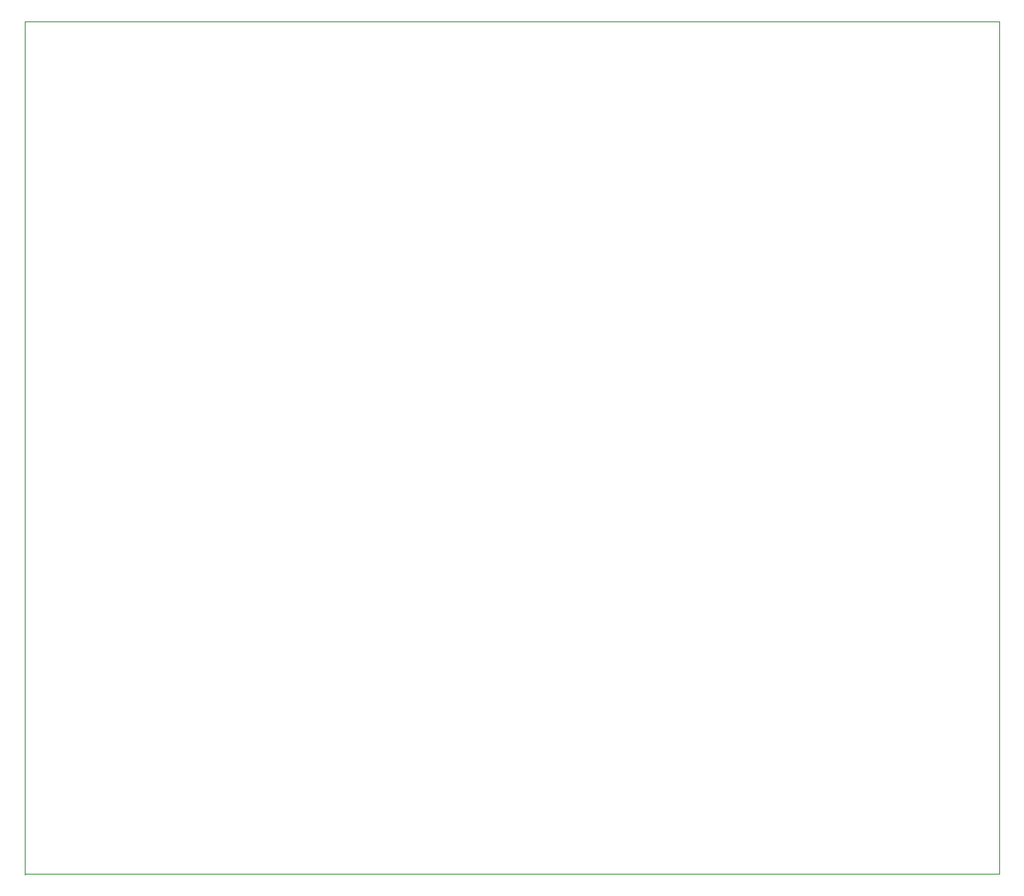
<source format=gbr>
%TF.GenerationSoftware,Altium Limited,Altium Designer,24.10.1 (45)*%
G04 Layer_Color=0*
%FSLAX45Y45*%
%MOMM*%
%TF.SameCoordinates,D700451D-F6DB-41F8-9F1A-DBDDD93A0A9D*%
%TF.FilePolarity,Positive*%
%TF.FileFunction,Profile,NP*%
%TF.Part,Single*%
G01*
G75*
%TA.AperFunction,Profile*%
%ADD36C,0.02540*%
D36*
X4996818Y2989806D02*
Y11746818D01*
X5000000Y11750000D01*
X15000000D01*
Y2996494D01*
X5003506D01*
X4996818Y2989806D01*
%TF.MD5,b70dd314e4ef074b67b82f4c8c326fa1*%
M02*

</source>
